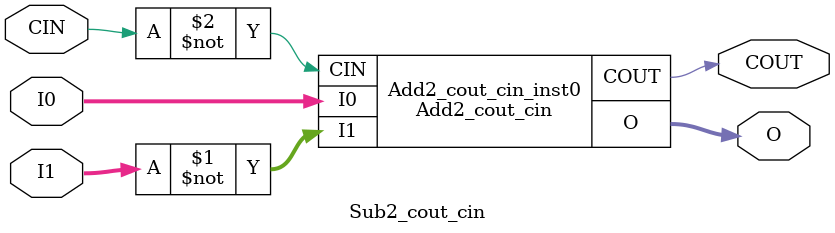
<source format=v>
module Add2_cout_cin (
    input [1:0] I0,
    input [1:0] I1,
    output [1:0] O,
    output COUT,
    input CIN
);
wire [2:0] coreir_add3_inst0_out;
assign coreir_add3_inst0_out = (({1'b0,1'b0,CIN}) + ({1'b0,I0[1],I0[0]})) + ({1'b0,I1[1],I1[0]});
assign O = {coreir_add3_inst0_out[1],coreir_add3_inst0_out[0]};
assign COUT = coreir_add3_inst0_out[2];
endmodule

module Sub2_cout_cin (
    input [1:0] I0,
    input [1:0] I1,
    output [1:0] O,
    output COUT,
    input CIN
);
Add2_cout_cin Add2_cout_cin_inst0 (
    .I0(I0),
    .I1(~ I1),
    .O(O),
    .COUT(COUT),
    .CIN(~ CIN)
);
endmodule


</source>
